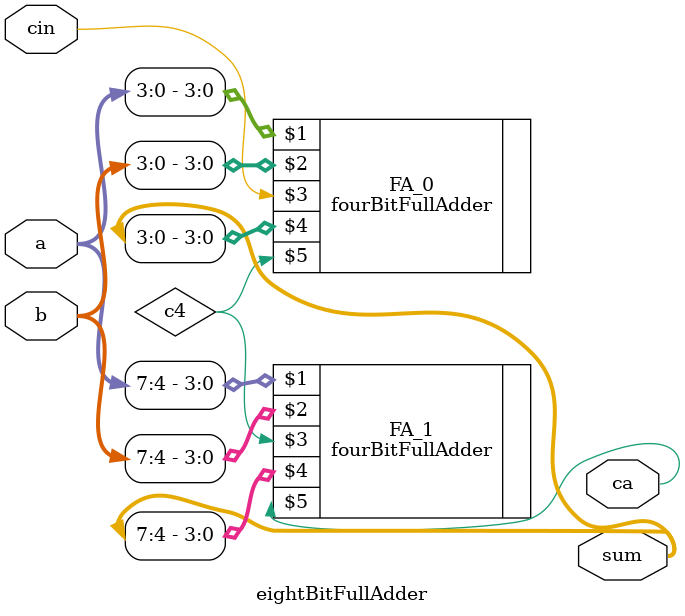
<source format=v>
`include "fourBitFullAdder.v"
module eightBitFullAdder (a, b, cin, sum, ca);
input [7:0] a, b;
input cin;

output [7:0] sum;
output ca;

wire c4;

fourBitFullAdder FA_0 (a[3:0], b[3:0], cin, sum[3:0], c4);
fourBitFullAdder FA_1 (a[7:4], b[7:4], c4, sum[7:4], ca);

endmodule

</source>
